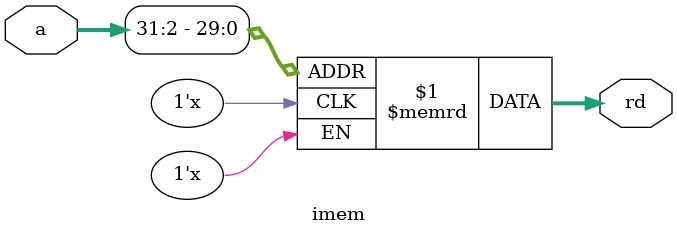
<source format=sv>
`timescale 1ns/1ps


module imem (

        input logic [31:0] a,
        output logic [31:0] rd

    );

    (* rom_style="block", ram_init_file="imem.mem" *) logic [31:0] ROM[63:0];

    assign rd = ROM[a[31:2]];

endmodule // Instruction memory
</source>
